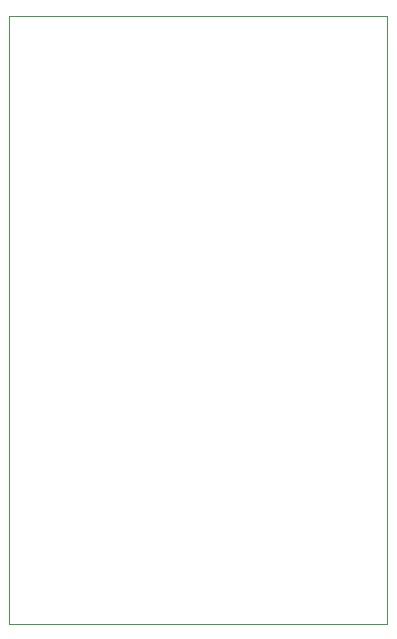
<source format=gko>
G75*
%MOIN*%
%OFA0B0*%
%FSLAX24Y24*%
%IPPOS*%
%LPD*%
%AMOC8*
5,1,8,0,0,1.08239X$1,22.5*
%
%ADD10C,0.0000*%
D10*
X000111Y000180D02*
X000111Y020456D01*
X012710Y020456D01*
X012710Y000180D01*
X000111Y000180D01*
M02*

</source>
